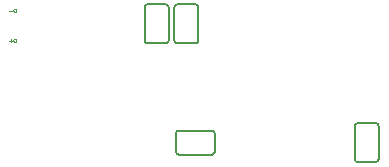
<source format=gbo>
G04 Layer: BottomSilkLayer*
G04 EasyEDA v6.4.3, 2020-08-12T23:02:41+05:30*
G04 0c64d8637b0b46b586c93cd23854d17d,10*
G04 Gerber Generator version 0.2*
G04 Scale: 100 percent, Rotated: No, Reflected: No *
G04 Dimensions in inches *
G04 leading zeros omitted , absolute positions ,2 integer and 4 decimal *
%FSLAX24Y24*%
%MOIN*%
G90*
G70D02*

%ADD30C,0.006000*%
%ADD39C,0.000960*%

%LPD*%
G54D30*
G01X12904Y1103D02*
G01X12904Y2203D01*
G01X12804Y1003D02*
G01X12204Y1003D01*
G01X12804Y2303D02*
G01X12204Y2303D01*
G01X12104Y2203D02*
G01X12104Y1103D01*
G01X6096Y6160D02*
G01X6096Y5060D01*
G01X6196Y6260D02*
G01X6795Y6260D01*
G01X6196Y4960D02*
G01X6795Y4960D01*
G01X6895Y5060D02*
G01X6895Y6160D01*
G01X5102Y6160D02*
G01X5102Y5060D01*
G01X5202Y6260D02*
G01X5802Y6260D01*
G01X5202Y4960D02*
G01X5802Y4960D01*
G01X5902Y5060D02*
G01X5902Y6160D01*
G01X7341Y2053D02*
G01X6241Y2053D01*
G01X7441Y1953D02*
G01X7441Y1353D01*
G01X6141Y1953D02*
G01X6141Y1353D01*
G01X6241Y1253D02*
G01X7341Y1253D01*
G54D39*
G01X808Y6121D02*
G01X808Y6006D01*
G01X808Y6121D02*
G01X769Y6121D01*
G01X753Y6115D01*
G01X742Y6104D01*
G01X737Y6093D01*
G01X731Y6077D01*
G01X731Y6050D01*
G01X737Y6033D01*
G01X742Y6022D01*
G01X753Y6012D01*
G01X769Y6006D01*
G01X808Y6006D01*
G01X695Y6055D02*
G01X597Y6055D01*
G01X808Y5121D02*
G01X808Y5006D01*
G01X808Y5121D02*
G01X769Y5121D01*
G01X753Y5115D01*
G01X742Y5104D01*
G01X737Y5093D01*
G01X731Y5077D01*
G01X731Y5050D01*
G01X737Y5033D01*
G01X742Y5022D01*
G01X753Y5012D01*
G01X769Y5006D01*
G01X808Y5006D01*
G01X646Y5104D02*
G01X646Y5006D01*
G01X695Y5055D02*
G01X597Y5055D01*
G54D30*
G75*
G01X12105Y1104D02*
G03X12205Y1004I100J0D01*
G01*
G75*
G01X12205Y2304D02*
G03X12105Y2204I0J-100D01*
G01*
G75*
G01X12805Y2304D02*
G02X12905Y2204I0J-100D01*
G01*
G75*
G01X12905Y1104D02*
G02X12805Y1004I-100J0D01*
G01*
G75*
G01X6896Y6160D02*
G03X6796Y6260I-100J0D01*
G01*
G75*
G01X6796Y4960D02*
G03X6896Y5060I0J100D01*
G01*
G75*
G01X6196Y4960D02*
G02X6096Y5060I0J100D01*
G01*
G75*
G01X6096Y6160D02*
G02X6196Y6260I100J0D01*
G01*
G75*
G01X5902Y6160D02*
G03X5802Y6260I-100J0D01*
G01*
G75*
G01X5802Y4960D02*
G03X5902Y5060I0J100D01*
G01*
G75*
G01X5202Y4960D02*
G02X5102Y5060I0J100D01*
G01*
G75*
G01X5102Y6160D02*
G02X5202Y6260I100J0D01*
G01*
G75*
G01X7341Y1254D02*
G03X7441Y1354I0J100D01*
G01*
G75*
G01X6141Y1354D02*
G03X6241Y1254I100J0D01*
G01*
G75*
G01X6141Y1954D02*
G02X6241Y2054I100J0D01*
G01*
G75*
G01X7341Y2054D02*
G02X7441Y1954I0J-100D01*
G01*
M00*
M02*

</source>
